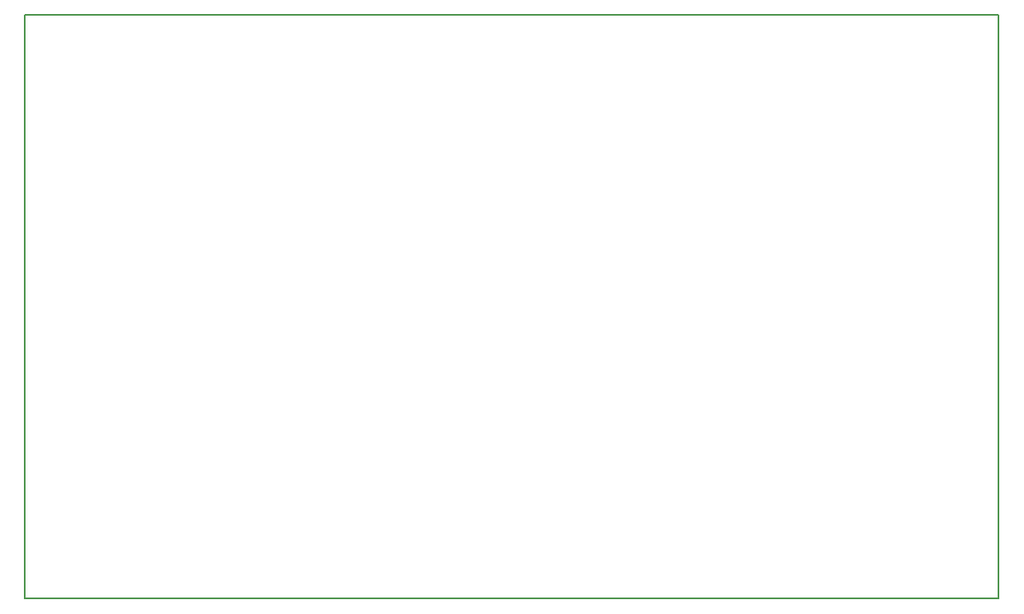
<source format=gm1>
%FSLAX25Y25*%
%MOIN*%
G70*
G01*
G75*
G04 Layer_Color=16711935*
%ADD10C,0.03000*%
%ADD11C,0.02000*%
%ADD12R,0.01575X0.01181*%
%ADD13R,0.03937X0.02362*%
%ADD14R,0.07480X0.11811*%
%ADD15O,0.06890X0.02362*%
%ADD16O,0.01378X0.06693*%
%ADD17R,0.02362X0.02362*%
%ADD18R,0.13386X0.13386*%
%ADD19O,0.00984X0.03740*%
%ADD20O,0.03740X0.00984*%
%ADD21R,0.03347X0.02756*%
%ADD22R,0.02756X0.03347*%
%ADD23R,0.02362X0.02362*%
%ADD24R,0.03937X0.07087*%
%ADD25O,0.03150X0.05906*%
%ADD26R,0.03150X0.02559*%
%ADD27R,0.01181X0.01575*%
%ADD28R,0.07087X0.03937*%
%ADD29O,0.05906X0.03150*%
%ADD30C,0.03937*%
%ADD31R,0.10000X0.07000*%
%ADD32R,0.04724X0.09843*%
%ADD33R,0.07874X0.07874*%
%ADD34R,0.03937X0.05906*%
%ADD35R,0.03937X0.05118*%
%ADD36R,0.08898X0.25590*%
%ADD37R,0.01063X0.06693*%
%ADD38R,0.06693X0.01063*%
%ADD39O,0.06693X0.01063*%
%ADD40R,0.07087X0.07874*%
%ADD41R,0.04803X0.02441*%
%ADD42R,0.08661X0.16929*%
%ADD43O,0.03740X0.01378*%
%ADD44R,0.04724X0.03150*%
%ADD45R,0.04800X0.05600*%
%ADD46R,0.02500X0.05906*%
%ADD47O,0.03937X0.01181*%
%ADD48R,0.03937X0.01181*%
%ADD49R,0.07874X0.07874*%
%ADD50R,0.01575X0.05906*%
%ADD51R,0.07874X0.03937*%
%ADD52R,0.01200X0.01800*%
G04:AMPARAMS|DCode=53|XSize=35.43mil|YSize=157.48mil|CornerRadius=1.77mil|HoleSize=0mil|Usage=FLASHONLY|Rotation=90.000|XOffset=0mil|YOffset=0mil|HoleType=Round|Shape=RoundedRectangle|*
%AMROUNDEDRECTD53*
21,1,0.03543,0.15394,0,0,90.0*
21,1,0.03189,0.15748,0,0,90.0*
1,1,0.00354,0.07697,0.01595*
1,1,0.00354,0.07697,-0.01595*
1,1,0.00354,-0.07697,-0.01595*
1,1,0.00354,-0.07697,0.01595*
%
%ADD53ROUNDEDRECTD53*%
%ADD54R,0.00984X0.01299*%
%ADD55R,0.02362X0.01969*%
%ADD56R,0.00984X0.01575*%
%ADD57O,0.02362X0.07087*%
%ADD58O,0.07087X0.02362*%
%ADD59O,0.06299X0.02362*%
%ADD60C,0.01000*%
%ADD61C,0.01500*%
%ADD62C,0.00800*%
%ADD63C,0.01200*%
%ADD64C,0.02500*%
%ADD65C,0.08000*%
%ADD66R,0.04800X0.04800*%
%ADD67R,0.04169X0.04500*%
%ADD68R,0.11300X0.08500*%
%ADD69R,0.04900X0.04500*%
%ADD70R,0.05658X0.04458*%
%ADD71R,0.27300X0.16100*%
%ADD72R,0.06600X0.19900*%
%ADD73R,0.05000X0.07173*%
%ADD74R,0.08700X0.05400*%
%ADD75R,0.08100X0.13300*%
%ADD76R,0.05700X0.21700*%
%ADD77R,0.10400X0.95500*%
%ADD78R,0.06200X0.14700*%
%ADD79R,0.04200X0.18700*%
%ADD80R,0.06700X0.09800*%
%ADD81R,0.06000X0.09600*%
%ADD82R,0.10500X0.06400*%
%ADD83R,0.18000X0.08400*%
%ADD84R,0.26500X0.16000*%
%ADD85R,0.34969X0.11400*%
%ADD86C,0.00500*%
%ADD87R,0.07874X0.07874*%
%ADD88C,0.07874*%
%ADD89R,0.05906X0.05906*%
%ADD90C,0.05906*%
%ADD91R,0.07874X0.11811*%
%ADD92O,0.07874X0.11811*%
%ADD93C,0.13780*%
%ADD94R,0.05315X0.07284*%
%ADD95C,0.01969*%
G04:AMPARAMS|DCode=96|XSize=51.18mil|YSize=173.23mil|CornerRadius=2.56mil|HoleSize=0mil|Usage=FLASHONLY|Rotation=90.000|XOffset=0mil|YOffset=0mil|HoleType=Round|Shape=RoundedRectangle|*
%AMROUNDEDRECTD96*
21,1,0.05118,0.16811,0,0,90.0*
21,1,0.04606,0.17323,0,0,90.0*
1,1,0.00512,0.08406,0.02303*
1,1,0.00512,0.08406,-0.02303*
1,1,0.00512,-0.08406,-0.02303*
1,1,0.00512,-0.08406,0.02303*
%
%ADD96ROUNDEDRECTD96*%
%ADD97C,0.02000*%
%ADD98C,0.03000*%
%ADD99C,0.04000*%
%ADD100C,0.03500*%
%ADD101C,0.02598*%
%ADD102C,0.04000*%
%ADD103R,0.02258X0.03258*%
%ADD104R,0.09400X0.04700*%
%ADD105R,0.15100X0.08700*%
%ADD106R,0.12100X0.12100*%
%ADD107R,0.09500X0.12000*%
%ADD108R,0.10200X0.09400*%
%ADD109R,0.42200X0.13900*%
%ADD110C,0.05000*%
%ADD111R,0.08300X0.14100*%
%ADD112R,0.08400X0.08100*%
%ADD113R,0.27100X0.16800*%
%ADD114R,0.19300X0.05600*%
%ADD115R,0.21900X0.04900*%
%ADD116R,0.06200X0.13300*%
%ADD117R,0.39000X0.13800*%
%ADD118R,0.08661X0.11024*%
%ADD119R,0.01969X0.07874*%
%ADD120R,0.19685X0.05118*%
%ADD121R,0.02362X0.03937*%
%ADD122R,0.03150X0.04724*%
%ADD123R,0.05118X0.19685*%
%ADD124R,0.07874X0.01969*%
%ADD125R,0.03347X0.01575*%
%ADD126O,0.03543X0.01969*%
%ADD127R,0.03543X0.01969*%
%ADD128O,0.03543X0.01969*%
%ADD129R,0.08268X0.02756*%
%ADD130R,0.04843X0.02559*%
%ADD131R,0.07000X0.10000*%
%ADD132R,0.16929X0.08661*%
%ADD133O,0.01378X0.03740*%
%ADD134O,0.08661X0.02362*%
%ADD135O,0.09843X0.02362*%
%ADD136R,0.07087X0.03937*%
%ADD137R,0.07874X0.14410*%
%ADD138R,0.06299X0.01969*%
%ADD139R,0.02500X0.05500*%
%ADD140C,0.09000*%
%ADD141R,0.05182X0.06835*%
%ADD142R,0.09300X0.11700*%
%ADD143R,0.22300X0.05500*%
%ADD144R,0.26931X0.16000*%
%ADD145R,0.15800X0.09700*%
%ADD146R,0.15200X0.28165*%
%ADD147R,0.08900X0.10200*%
%ADD148R,0.03474X0.08965*%
%ADD149R,0.07600X0.09400*%
%ADD150R,0.04900X0.17100*%
%ADD151R,0.08500X0.39500*%
%ADD152R,0.14700X0.03700*%
%ADD153R,0.48700X0.11300*%
%ADD154R,0.14000X0.54700*%
%ADD155R,0.29300X0.15600*%
%ADD156R,0.08800X0.07400*%
%ADD157R,0.11100X0.13400*%
%ADD158R,0.03600X0.11400*%
%ADD159R,0.05400X0.08800*%
%ADD160R,0.08600X0.09700*%
%ADD161C,0.00984*%
%ADD162C,0.02362*%
%ADD163C,0.00700*%
%ADD164C,0.00787*%
%ADD165C,0.00600*%
%ADD166C,0.00300*%
%ADD167R,0.05417X0.06634*%
%ADD168R,0.02375X0.01981*%
%ADD169R,0.04737X0.03162*%
%ADD170R,0.08280X0.12611*%
%ADD171O,0.07690X0.03162*%
%ADD172O,0.02178X0.07493*%
%ADD173R,0.03162X0.03162*%
%ADD174R,0.14186X0.14186*%
%ADD175O,0.01784X0.04540*%
%ADD176O,0.04540X0.01784*%
%ADD177R,0.04147X0.03556*%
%ADD178R,0.03556X0.04147*%
%ADD179R,0.03162X0.03162*%
%ADD180R,0.04737X0.07887*%
%ADD181O,0.03950X0.06706*%
%ADD182R,0.03950X0.03359*%
%ADD183R,0.01981X0.02375*%
%ADD184R,0.07887X0.04737*%
%ADD185O,0.06706X0.03950*%
%ADD186C,0.04737*%
%ADD187R,0.10800X0.07800*%
%ADD188R,0.05524X0.10642*%
%ADD189R,0.08674X0.08674*%
%ADD190R,0.04737X0.06706*%
%ADD191R,0.04737X0.05918*%
%ADD192R,0.09698X0.26391*%
%ADD193R,0.01863X0.07493*%
%ADD194R,0.07493X0.01863*%
%ADD195O,0.07493X0.01863*%
%ADD196R,0.07887X0.08674*%
%ADD197R,0.05603X0.03241*%
%ADD198R,0.09461X0.17729*%
%ADD199O,0.04540X0.02178*%
%ADD200R,0.05524X0.03950*%
%ADD201R,0.05600X0.06400*%
%ADD202R,0.03300X0.06706*%
%ADD203O,0.04737X0.01981*%
%ADD204R,0.04737X0.01981*%
%ADD205R,0.08674X0.08674*%
%ADD206R,0.02375X0.06706*%
%ADD207R,0.08674X0.04737*%
%ADD208R,0.02000X0.02600*%
G04:AMPARAMS|DCode=209|XSize=39.37mil|YSize=161.42mil|CornerRadius=1.97mil|HoleSize=0mil|Usage=FLASHONLY|Rotation=90.000|XOffset=0mil|YOffset=0mil|HoleType=Round|Shape=RoundedRectangle|*
%AMROUNDEDRECTD209*
21,1,0.03937,0.15748,0,0,90.0*
21,1,0.03543,0.16142,0,0,90.0*
1,1,0.00394,0.07874,0.01772*
1,1,0.00394,0.07874,-0.01772*
1,1,0.00394,-0.07874,-0.01772*
1,1,0.00394,-0.07874,0.01772*
%
%ADD209ROUNDEDRECTD209*%
%ADD210R,0.01784X0.02099*%
%ADD211R,0.03162X0.02769*%
%ADD212R,0.01784X0.02375*%
%ADD213O,0.03162X0.07887*%
%ADD214O,0.07887X0.03162*%
%ADD215O,0.07099X0.03162*%
%ADD216R,0.08674X0.08674*%
%ADD217C,0.08674*%
%ADD218R,0.06706X0.06706*%
%ADD219C,0.06706*%
%ADD220R,0.08674X0.12611*%
%ADD221O,0.08674X0.12611*%
%ADD222C,0.14579*%
%ADD223R,0.06115X0.08083*%
%ADD224C,0.02769*%
G04:AMPARAMS|DCode=225|XSize=55.12mil|YSize=177.16mil|CornerRadius=2.76mil|HoleSize=0mil|Usage=FLASHONLY|Rotation=90.000|XOffset=0mil|YOffset=0mil|HoleType=Round|Shape=RoundedRectangle|*
%AMROUNDEDRECTD225*
21,1,0.05512,0.17165,0,0,90.0*
21,1,0.04961,0.17716,0,0,90.0*
1,1,0.00551,0.08583,0.02480*
1,1,0.00551,0.08583,-0.02480*
1,1,0.00551,-0.08583,-0.02480*
1,1,0.00551,-0.08583,0.02480*
%
%ADD225ROUNDEDRECTD225*%
%ADD226R,0.09461X0.11824*%
%ADD227R,0.02769X0.08674*%
%ADD228R,0.20485X0.05918*%
%ADD229R,0.03162X0.04737*%
%ADD230R,0.03950X0.05524*%
%ADD231R,0.05918X0.20485*%
%ADD232R,0.08674X0.02769*%
%ADD233R,0.04147X0.02375*%
%ADD234O,0.04343X0.02769*%
%ADD235R,0.04343X0.02769*%
%ADD236O,0.04343X0.02769*%
%ADD237R,0.09068X0.03556*%
%ADD238R,0.05643X0.03359*%
%ADD239R,0.07800X0.10800*%
%ADD240R,0.17729X0.09461*%
%ADD241O,0.02178X0.04540*%
%ADD242O,0.09461X0.03162*%
%ADD243O,0.10642X0.03162*%
%ADD244R,0.07887X0.04737*%
%ADD245R,0.08674X0.15210*%
%ADD246R,0.07099X0.02769*%
%ADD247R,0.03300X0.06300*%
%ADD248C,0.03398*%
D86*
X386632Y-23921D02*
Y212300D01*
X-7068Y-23921D02*
X386632D01*
X-7068D02*
Y212300D01*
X386632D01*
Y-23921D02*
Y212300D01*
X-7068Y-23921D02*
X386632D01*
X-7068D02*
Y212300D01*
X386632D01*
M02*

</source>
